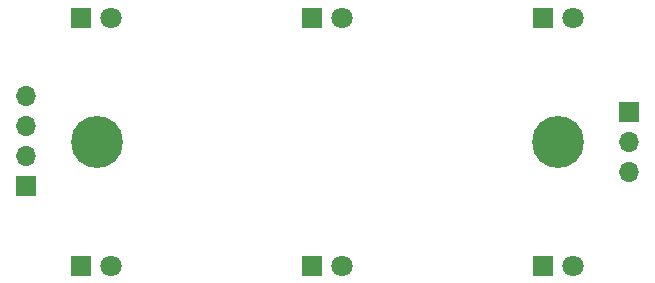
<source format=gbr>
%TF.GenerationSoftware,KiCad,Pcbnew,6.0.11-3.fc37*%
%TF.CreationDate,2023-02-25T11:33:27-07:00*%
%TF.ProjectId,lightPCB,6c696768-7450-4434-922e-6b696361645f,rev?*%
%TF.SameCoordinates,PX69db9c0PY6779420*%
%TF.FileFunction,Copper,L2,Bot*%
%TF.FilePolarity,Positive*%
%FSLAX46Y46*%
G04 Gerber Fmt 4.6, Leading zero omitted, Abs format (unit mm)*
G04 Created by KiCad (PCBNEW 6.0.11-3.fc37) date 2023-02-25 11:33:27*
%MOMM*%
%LPD*%
G01*
G04 APERTURE LIST*
%TA.AperFunction,ComponentPad*%
%ADD10R,1.800000X1.800000*%
%TD*%
%TA.AperFunction,ComponentPad*%
%ADD11C,1.800000*%
%TD*%
%TA.AperFunction,ComponentPad*%
%ADD12C,4.400000*%
%TD*%
%TA.AperFunction,ComponentPad*%
%ADD13R,1.700000X1.700000*%
%TD*%
%TA.AperFunction,ComponentPad*%
%ADD14O,1.700000X1.700000*%
%TD*%
G04 APERTURE END LIST*
D10*
%TO.P,LY2,1,K*%
%TO.N,Net-(U1-Pad5)*%
X28474968Y4500000D03*
D11*
%TO.P,LY2,2,A*%
%TO.N,Net-(LY2-Pad2)*%
X31014968Y4500000D03*
%TD*%
D10*
%TO.P,LR2,1,K*%
%TO.N,Net-(U1-Pad11)*%
X28474968Y25500000D03*
D11*
%TO.P,LR2,2,A*%
%TO.N,Net-(LR2-Pad2)*%
X31014968Y25500000D03*
%TD*%
D12*
%TO.P,H1,1*%
%TO.N,N/C*%
X10199968Y15000000D03*
%TD*%
D13*
%TO.P,J2,1,Pin_1*%
%TO.N,GND*%
X55299968Y17525000D03*
D14*
%TO.P,J2,2,Pin_2*%
%TO.N,Net-(U1-Pad16)*%
X55299968Y14985000D03*
%TO.P,J2,3,Pin_3*%
%TO.N,Net-(J2-Pad3)*%
X55299968Y12445000D03*
%TD*%
D10*
%TO.P,LR3,1,K*%
%TO.N,Net-(U1-Pad10)*%
X48024968Y25500000D03*
D11*
%TO.P,LR3,2,A*%
%TO.N,Net-(LR3-Pad2)*%
X50564968Y25500000D03*
%TD*%
D10*
%TO.P,LR1,1,K*%
%TO.N,Net-(U1-Pad12)*%
X8924968Y25500000D03*
D11*
%TO.P,LR1,2,A*%
%TO.N,Net-(LR1-Pad2)*%
X11464968Y25500000D03*
%TD*%
D12*
%TO.P,H2,1*%
%TO.N,N/C*%
X49299968Y15000000D03*
%TD*%
D13*
%TO.P,J1,1,Pin_1*%
%TO.N,GND*%
X4199968Y11200000D03*
D14*
%TO.P,J1,2,Pin_2*%
%TO.N,Net-(J1-Pad2)*%
X4199968Y13740000D03*
%TO.P,J1,3,Pin_3*%
%TO.N,Net-(U1-Pad15)*%
X4199968Y16280000D03*
%TO.P,J1,4,Pin_4*%
%TO.N,Net-(U1-Pad14)*%
X4199968Y18820000D03*
%TD*%
D10*
%TO.P,LY3,1,K*%
%TO.N,Net-(U1-Pad6)*%
X48024968Y4500000D03*
D11*
%TO.P,LY3,2,A*%
%TO.N,Net-(LY3-Pad2)*%
X50564968Y4500000D03*
%TD*%
D10*
%TO.P,LY1,1,K*%
%TO.N,Net-(U1-Pad4)*%
X8924968Y4500000D03*
D11*
%TO.P,LY1,2,A*%
%TO.N,Net-(LY1-Pad2)*%
X11464968Y4500000D03*
%TD*%
M02*

</source>
